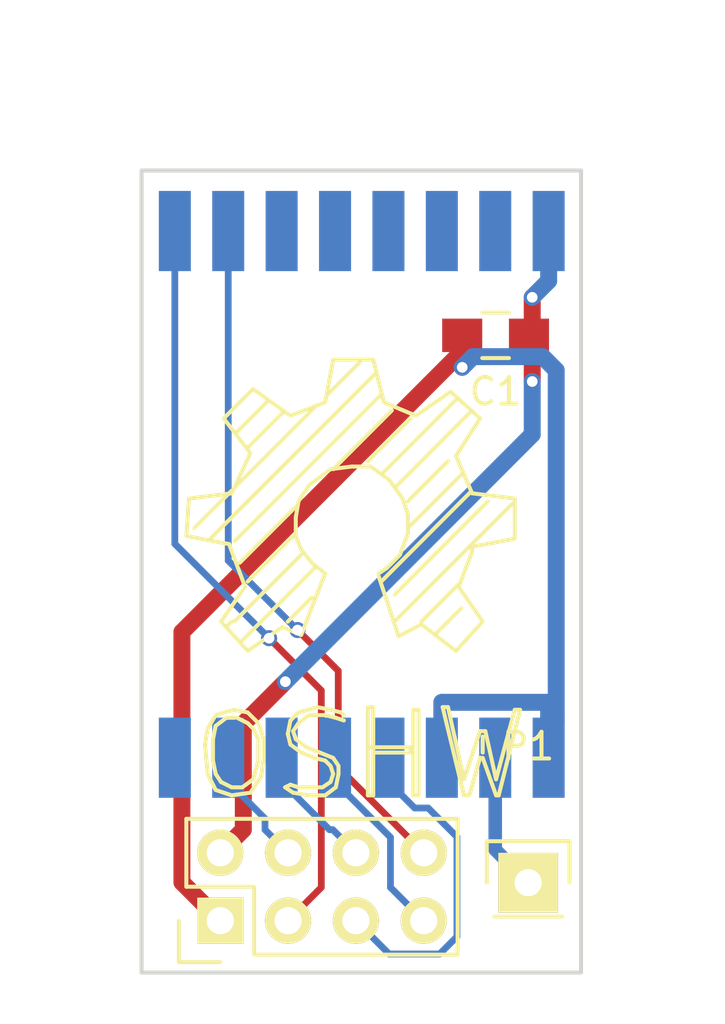
<source format=kicad_pcb>
(kicad_pcb (version 20171130) (host pcbnew "(5.1.12)-1")

  (general
    (thickness 1.6)
    (drawings 4)
    (tracks 63)
    (zones 0)
    (modules 5)
    (nets 16)
  )

  (page A4)
  (layers
    (0 F.Cu signal)
    (31 B.Cu signal)
    (32 B.Adhes user)
    (33 F.Adhes user hide)
    (34 B.Paste user)
    (35 F.Paste user)
    (36 B.SilkS user)
    (37 F.SilkS user)
    (38 B.Mask user)
    (39 F.Mask user)
    (40 Dwgs.User user)
    (41 Cmts.User user)
    (42 Eco1.User user)
    (43 Eco2.User user)
    (44 Edge.Cuts user)
    (45 Margin user)
    (46 B.CrtYd user)
    (47 F.CrtYd user)
    (48 B.Fab user)
    (49 F.Fab user)
  )

  (setup
    (last_trace_width 0.254)
    (trace_clearance 0.254)
    (zone_clearance 0.508)
    (zone_45_only no)
    (trace_min 0.2)
    (via_size 0.6)
    (via_drill 0.4)
    (via_min_size 0.4)
    (via_min_drill 0.3)
    (uvia_size 0.3)
    (uvia_drill 0.1)
    (uvias_allowed no)
    (uvia_min_size 0)
    (uvia_min_drill 0)
    (edge_width 0.15)
    (segment_width 0.2)
    (pcb_text_width 0.3)
    (pcb_text_size 1.5 1.5)
    (mod_edge_width 0.15)
    (mod_text_size 1 1)
    (mod_text_width 0.15)
    (pad_size 1.524 1.524)
    (pad_drill 0.762)
    (pad_to_mask_clearance 0.2)
    (aux_axis_origin 0 0)
    (visible_elements 7FFFFFFF)
    (pcbplotparams
      (layerselection 0x030f0_80000001)
      (usegerberextensions false)
      (usegerberattributes true)
      (usegerberadvancedattributes true)
      (creategerberjobfile true)
      (excludeedgelayer false)
      (linewidth 0.100000)
      (plotframeref false)
      (viasonmask false)
      (mode 1)
      (useauxorigin false)
      (hpglpennumber 1)
      (hpglpenspeed 20)
      (hpglpendiameter 15.000000)
      (psnegative false)
      (psa4output false)
      (plotreference true)
      (plotvalue true)
      (plotinvisibletext false)
      (padsonsilk false)
      (subtractmaskfromsilk true)
      (outputformat 1)
      (mirror false)
      (drillshape 0)
      (scaleselection 1)
      (outputdirectory "Manufacturing/"))
  )

  (net 0 "")
  (net 1 "Net-(U1-Pad1)")
  (net 2 "Net-(U1-Pad3)")
  (net 3 "Net-(U1-Pad4)")
  (net 4 "Net-(U1-Pad5)")
  (net 5 "Net-(U1-Pad6)")
  (net 6 "Net-(U1-Pad7)")
  (net 7 "Net-(U1-Pad16)")
  (net 8 +3V3)
  (net 9 GND)
  (net 10 "Net-(P1-Pad1)")
  (net 11 /SCK)
  (net 12 /MISO)
  (net 13 /MOSI)
  (net 14 /IRQ)
  (net 15 /CSN)

  (net_class Default "This is the default net class."
    (clearance 0.254)
    (trace_width 0.254)
    (via_dia 0.6)
    (via_drill 0.4)
    (uvia_dia 0.3)
    (uvia_drill 0.1)
    (add_net /CSN)
    (add_net /IRQ)
    (add_net /MISO)
    (add_net /MOSI)
    (add_net /SCK)
    (add_net "Net-(P1-Pad1)")
    (add_net "Net-(U1-Pad1)")
    (add_net "Net-(U1-Pad16)")
    (add_net "Net-(U1-Pad3)")
    (add_net "Net-(U1-Pad4)")
    (add_net "Net-(U1-Pad5)")
    (add_net "Net-(U1-Pad6)")
    (add_net "Net-(U1-Pad7)")
  )

  (net_class Power ""
    (clearance 0.254)
    (trace_width 0.635)
    (via_dia 0.6)
    (via_drill 0.4)
    (uvia_dia 0.3)
    (uvia_drill 0.1)
    (add_net +3V3)
    (add_net GND)
  )

  (module Pin_Headers:Pin_Header_Straight_2x04 (layer F.Cu) (tedit 569FEB7C) (tstamp 56891F67)
    (at 19.658 42.96 90)
    (descr "Through hole pin header")
    (tags "pin header")
    (path /56890916)
    (fp_text reference U2 (at 0 -5.1 90) (layer F.SilkS) hide
      (effects (font (size 1 1) (thickness 0.15)))
    )
    (fp_text value NRF24L01 (at 0 -3.1 90) (layer F.Fab)
      (effects (font (size 1 1) (thickness 0.15)))
    )
    (fp_line (start -1.55 -1.55) (end -1.55 0) (layer F.SilkS) (width 0.15))
    (fp_line (start 1.27 1.27) (end -1.27 1.27) (layer F.SilkS) (width 0.15))
    (fp_line (start 1.27 -1.27) (end 1.27 1.27) (layer F.SilkS) (width 0.15))
    (fp_line (start 0 -1.55) (end -1.55 -1.55) (layer F.SilkS) (width 0.15))
    (fp_line (start 3.81 -1.27) (end 1.27 -1.27) (layer F.SilkS) (width 0.15))
    (fp_line (start 3.81 8.89) (end 3.81 -1.27) (layer F.SilkS) (width 0.15))
    (fp_line (start -1.27 8.89) (end 3.81 8.89) (layer F.SilkS) (width 0.15))
    (fp_line (start -1.27 1.27) (end -1.27 8.89) (layer F.SilkS) (width 0.15))
    (fp_line (start -1.75 9.4) (end 4.3 9.4) (layer F.CrtYd) (width 0.05))
    (fp_line (start -1.75 -1.75) (end 4.3 -1.75) (layer F.CrtYd) (width 0.05))
    (fp_line (start 4.3 -1.75) (end 4.3 9.4) (layer F.CrtYd) (width 0.05))
    (fp_line (start -1.75 -1.75) (end -1.75 9.4) (layer F.CrtYd) (width 0.05))
    (pad 1 thru_hole rect (at 0 0 90) (size 1.7272 1.7272) (drill 1.016) (layers *.Cu *.Mask F.SilkS)
      (net 9 GND))
    (pad 2 thru_hole oval (at 2.54 0 90) (size 1.7272 1.7272) (drill 1.016) (layers *.Cu *.Mask F.SilkS)
      (net 8 +3V3))
    (pad 3 thru_hole oval (at 0 2.54 90) (size 1.7272 1.7272) (drill 1.016) (layers *.Cu *.Mask F.SilkS)
      (net 1 "Net-(U1-Pad1)"))
    (pad 4 thru_hole oval (at 2.54 2.54 90) (size 1.7272 1.7272) (drill 1.016) (layers *.Cu *.Mask F.SilkS)
      (net 15 /CSN))
    (pad 5 thru_hole oval (at 0 5.08 90) (size 1.7272 1.7272) (drill 1.016) (layers *.Cu *.Mask F.SilkS)
      (net 11 /SCK))
    (pad 6 thru_hole oval (at 2.54 5.08 90) (size 1.7272 1.7272) (drill 1.016) (layers *.Cu *.Mask F.SilkS)
      (net 13 /MOSI))
    (pad 7 thru_hole oval (at 0 7.62 90) (size 1.7272 1.7272) (drill 1.016) (layers *.Cu *.Mask F.SilkS)
      (net 12 /MISO))
    (pad 8 thru_hole oval (at 2.54 7.62 90) (size 1.7272 1.7272) (drill 1.016) (layers *.Cu *.Mask F.SilkS)
      (net 14 /IRQ))
    (model Pin_Headers.3dshapes/Pin_Header_Straight_2x04.wrl
      (offset (xyz 1.269999980926514 -3.809999942779541 0))
      (scale (xyz 1 1 1))
      (rotate (xyz 0 0 90))
    )
  )

  (module Capacitors_SMD:C_0805_HandSoldering (layer F.Cu) (tedit 541A9B8D) (tstamp 56891F59)
    (at 29.9704 21.0652 180)
    (descr "Capacitor SMD 0805, hand soldering")
    (tags "capacitor 0805")
    (path /56890840)
    (attr smd)
    (fp_text reference C1 (at 0 -2.1 180) (layer F.SilkS)
      (effects (font (size 1 1) (thickness 0.15)))
    )
    (fp_text value CP (at 0 2.1 180) (layer F.Fab)
      (effects (font (size 1 1) (thickness 0.15)))
    )
    (fp_line (start -0.5 0.85) (end 0.5 0.85) (layer F.SilkS) (width 0.15))
    (fp_line (start 0.5 -0.85) (end -0.5 -0.85) (layer F.SilkS) (width 0.15))
    (fp_line (start 2.3 -1) (end 2.3 1) (layer F.CrtYd) (width 0.05))
    (fp_line (start -2.3 -1) (end -2.3 1) (layer F.CrtYd) (width 0.05))
    (fp_line (start -2.3 1) (end 2.3 1) (layer F.CrtYd) (width 0.05))
    (fp_line (start -2.3 -1) (end 2.3 -1) (layer F.CrtYd) (width 0.05))
    (pad 1 smd rect (at -1.25 0 180) (size 1.5 1.25) (layers F.Cu F.Paste F.Mask)
      (net 8 +3V3))
    (pad 2 smd rect (at 1.25 0 180) (size 1.5 1.25) (layers F.Cu F.Paste F.Mask)
      (net 9 GND))
    (model Capacitors_SMD.3dshapes/C_0805_HandSoldering.wrl
      (at (xyz 0 0 0))
      (scale (xyz 1 1 1))
      (rotate (xyz 0 0 0))
    )
  )

  (module mysensors_radios:RFM69HW_SMD_Handsoldering (layer B.Cu) (tedit 569FEB72) (tstamp 568908C4)
    (at 17.9572 18.564 270)
    (descr RFM69HW)
    (tags "RFM69HW, RF69")
    (path /56890788)
    (fp_text reference U1 (at 0.254 1.778 270) (layer B.SilkS) hide
      (effects (font (size 0.8 0.8) (thickness 0.16)) (justify mirror))
    )
    (fp_text value RFM69HW (at 8.382 -7.112 270) (layer B.Fab) hide
      (effects (font (size 0.8 0.8) (thickness 0.16)) (justify mirror))
    )
    (fp_line (start -3.4 1) (end 20.3 1) (layer F.CrtYd) (width 0.15))
    (fp_line (start -3.4 -15) (end 20.3 -15) (layer F.CrtYd) (width 0.15))
    (fp_line (start -3.4 1) (end -3.4 -15) (layer F.CrtYd) (width 0.15))
    (fp_line (start 20.3 1) (end 20.3 -15) (layer F.CrtYd) (width 0.15))
    (fp_line (start -3.4 1) (end 20.3 1) (layer B.CrtYd) (width 0.15))
    (fp_line (start -3.4 1) (end -3.4 -15) (layer B.CrtYd) (width 0.15))
    (fp_line (start 20.3 1) (end 20.3 -15) (layer B.CrtYd) (width 0.15))
    (fp_line (start -3.4 -15) (end 20.3 -15) (layer B.CrtYd) (width 0.15))
    (pad 1 smd rect (at -1.4 0 270) (size 3 1.2) (layers B.Cu B.Paste B.Mask)
      (net 1 "Net-(U1-Pad1)"))
    (pad 2 smd rect (at -1.4 -2 270) (size 3 1.2) (layers B.Cu B.Paste B.Mask)
      (net 14 /IRQ))
    (pad 3 smd rect (at -1.4 -4 270) (size 3 1.2) (layers B.Cu B.Paste B.Mask)
      (net 2 "Net-(U1-Pad3)"))
    (pad 4 smd rect (at -1.4 -6 270) (size 3 1.2) (layers B.Cu B.Paste B.Mask)
      (net 3 "Net-(U1-Pad4)"))
    (pad 5 smd rect (at -1.4 -8 270) (size 3 1.2) (layers B.Cu B.Paste B.Mask)
      (net 4 "Net-(U1-Pad5)"))
    (pad 6 smd rect (at -1.4 -10 270) (size 3 1.2) (layers B.Cu B.Paste B.Mask)
      (net 5 "Net-(U1-Pad6)"))
    (pad 7 smd rect (at -1.4 -12 270) (size 3 1.2) (layers B.Cu B.Paste B.Mask)
      (net 6 "Net-(U1-Pad7)"))
    (pad 8 smd rect (at -1.4 -14 270) (size 3 1.2) (layers B.Cu B.Paste B.Mask)
      (net 8 +3V3))
    (pad 9 smd rect (at 18.3 -14 270) (size 3 1.2) (layers B.Cu B.Paste B.Mask)
      (net 9 GND))
    (pad 10 smd rect (at 18.3 -12 270) (size 3 1.2) (layers B.Cu B.Paste B.Mask)
      (net 10 "Net-(P1-Pad1)"))
    (pad 11 smd rect (at 18.3 -10 270) (size 3 1.2) (layers B.Cu B.Paste B.Mask)
      (net 9 GND))
    (pad 12 smd rect (at 18.3 -8 270) (size 3 1.2) (layers B.Cu B.Paste B.Mask)
      (net 11 /SCK))
    (pad 13 smd rect (at 18.3 -6 270) (size 3 1.2) (layers B.Cu B.Paste B.Mask)
      (net 12 /MISO))
    (pad 14 smd rect (at 18.3 -4 270) (size 3 1.2) (layers B.Cu B.Paste B.Mask)
      (net 13 /MOSI))
    (pad 15 smd rect (at 18.3 -2 270) (size 3 1.2) (layers B.Cu B.Paste B.Mask)
      (net 15 /CSN))
    (pad 16 smd rect (at 18.3 0 270) (size 3 1.2) (layers B.Cu B.Paste B.Mask)
      (net 7 "Net-(U1-Pad16)"))
    (model mysensors.3dshapes/rfm69hw.wrl
      (offset (xyz 8.432799873352051 -6.984999895095826 0.7619999885559082))
      (scale (xyz 0.395 0.395 0.395))
      (rotate (xyz 0 0 180))
    )
    (model Crystals_Oscillators_SMD.3dshapes/crystal_FA238-TSX3225.wrl
      (offset (xyz 8.432799873352051 -2.031999969482422 1.523999977111816))
      (scale (xyz 0.24 0.24 0.24))
      (rotate (xyz 0 0 90))
    )
    (model Housings_DFN_QFN.3dshapes/QFN-28-1EP_5x5mm_Pitch0.5mm.wrl
      (offset (xyz 5.181599922180175 -11.30299983024597 1.523999977111816))
      (scale (xyz 1 1 1))
      (rotate (xyz 0 0 0))
    )
  )

  (module Symbols:Symbol_OSHW-Logo_SilkScreen_BIG (layer F.Cu) (tedit 569FEB60) (tstamp 56A00174)
    (at 24.6872 8.7716)
    (descr "Symbol, OSHW-Logo, Silk Screen, BIG")
    (tags "Symbol, OSHW-Logo, Silk Screen, BIG")
    (fp_text reference REF** (at -0.29972 11.50112) (layer F.SilkS) hide
      (effects (font (size 1 1) (thickness 0.15)))
    )
    (fp_text value Symbol_OSHW-Logo_SilkScreen_BIG (at 0.29972 32.10052) (layer F.Fab)
      (effects (font (size 1 1) (thickness 0.15)))
    )
    (fp_line (start -1.99898 23.50008) (end -1.09982 21.20138) (layer F.SilkS) (width 0.15))
    (fp_line (start -2.70002 23.20036) (end -1.99898 23.50008) (layer F.SilkS) (width 0.15))
    (fp_line (start -3.99796 24.09952) (end -2.70002 23.20036) (layer F.SilkS) (width 0.15))
    (fp_line (start -4.99872 22.9997) (end -3.99796 24.09952) (layer F.SilkS) (width 0.15))
    (fp_line (start -4.09956 21.69922) (end -4.99872 22.9997) (layer F.SilkS) (width 0.15))
    (fp_line (start -4.699 20.10156) (end -4.09956 21.69922) (layer F.SilkS) (width 0.15))
    (fp_line (start -6.2992 19.7993) (end -4.699 20.10156) (layer F.SilkS) (width 0.15))
    (fp_line (start -6.20014 18.39976) (end -6.2992 19.7993) (layer F.SilkS) (width 0.15))
    (fp_line (start -4.59994 18.20164) (end -6.20014 18.39976) (layer F.SilkS) (width 0.15))
    (fp_line (start -3.8989 16.7005) (end -4.59994 18.20164) (layer F.SilkS) (width 0.15))
    (fp_line (start -4.89966 15.40002) (end -3.8989 16.7005) (layer F.SilkS) (width 0.15))
    (fp_line (start -3.79984 14.3002) (end -4.89966 15.40002) (layer F.SilkS) (width 0.15))
    (fp_line (start -2.4003 15.30096) (end -3.79984 14.3002) (layer F.SilkS) (width 0.15))
    (fp_line (start -1.09982 14.80058) (end -2.4003 15.30096) (layer F.SilkS) (width 0.15))
    (fp_line (start -0.8001 13.20038) (end -1.09982 14.80058) (layer F.SilkS) (width 0.15))
    (fp_line (start 0.70104 13.20038) (end -0.8001 13.20038) (layer F.SilkS) (width 0.15))
    (fp_line (start 1.09982 14.80058) (end 0.70104 13.20038) (layer F.SilkS) (width 0.15))
    (fp_line (start 2.30124 15.30096) (end 1.09982 14.80058) (layer F.SilkS) (width 0.15))
    (fp_line (start 3.60172 14.39926) (end 2.30124 15.30096) (layer F.SilkS) (width 0.15))
    (fp_line (start 4.70154 15.40002) (end 3.60172 14.39926) (layer F.SilkS) (width 0.15))
    (fp_line (start 3.79984 16.79956) (end 4.70154 15.40002) (layer F.SilkS) (width 0.15))
    (fp_line (start 4.40182 18.20164) (end 3.79984 16.79956) (layer F.SilkS) (width 0.15))
    (fp_line (start 6.00202 18.39976) (end 4.40182 18.20164) (layer F.SilkS) (width 0.15))
    (fp_line (start 6.00202 19.9009) (end 6.00202 18.39976) (layer F.SilkS) (width 0.15))
    (fp_line (start 4.40182 20.20062) (end 6.00202 19.9009) (layer F.SilkS) (width 0.15))
    (fp_line (start 4.40182 20.40128) (end 4.40182 20.20062) (layer F.SilkS) (width 0.15))
    (fp_line (start 3.90144 21.69922) (end 4.40182 20.40128) (layer F.SilkS) (width 0.15))
    (fp_line (start 4.8006 22.9997) (end 3.90144 21.69922) (layer F.SilkS) (width 0.15))
    (fp_line (start 3.79984 24.09952) (end 4.8006 22.9997) (layer F.SilkS) (width 0.15))
    (fp_line (start 2.5019 23.1013) (end 3.79984 24.09952) (layer F.SilkS) (width 0.15))
    (fp_line (start 1.651 23.55088) (end 2.5019 23.1013) (layer F.SilkS) (width 0.15))
    (fp_line (start 0.9017 21.30044) (end 1.651 23.55088) (layer F.SilkS) (width 0.15))
    (fp_line (start 1.20142 21.00072) (end 0.9017 21.20138) (layer F.SilkS) (width 0.15))
    (fp_line (start 1.7018 20.50034) (end 1.20142 21.00072) (layer F.SilkS) (width 0.15))
    (fp_line (start 2.00152 19.70024) (end 1.7018 20.50034) (layer F.SilkS) (width 0.15))
    (fp_line (start 2.00152 18.9992) (end 2.00152 19.70024) (layer F.SilkS) (width 0.15))
    (fp_line (start 1.80086 18.39976) (end 2.00152 18.9992) (layer F.SilkS) (width 0.15))
    (fp_line (start 1.30048 17.70126) (end 1.80086 18.39976) (layer F.SilkS) (width 0.15))
    (fp_line (start 0.60198 17.20088) (end 1.30048 17.70126) (layer F.SilkS) (width 0.15))
    (fp_line (start -0.09906 17.20088) (end 0.60198 17.20088) (layer F.SilkS) (width 0.15))
    (fp_line (start -0.89916 17.29994) (end -0.09906 17.20088) (layer F.SilkS) (width 0.15))
    (fp_line (start -1.69926 17.89938) (end -0.89916 17.29994) (layer F.SilkS) (width 0.15))
    (fp_line (start -2.09804 18.50136) (end -1.69926 17.89938) (layer F.SilkS) (width 0.15))
    (fp_line (start -2.19964 19.1008) (end -2.09804 18.50136) (layer F.SilkS) (width 0.15))
    (fp_line (start -2.19964 19.7993) (end -2.19964 19.1008) (layer F.SilkS) (width 0.15))
    (fp_line (start -1.99898 20.29968) (end -2.19964 19.7993) (layer F.SilkS) (width 0.15))
    (fp_line (start -1.6002 20.80006) (end -1.99898 20.29968) (layer F.SilkS) (width 0.15))
    (fp_line (start -1.09982 21.20138) (end -1.6002 20.80006) (layer F.SilkS) (width 0.15))
    (fp_line (start -4.0005 26.40076) (end -4.50088 26.29916) (layer F.SilkS) (width 0.15))
    (fp_line (start -3.59918 26.79954) (end -4.0005 26.40076) (layer F.SilkS) (width 0.15))
    (fp_line (start -3.40106 27.39898) (end -3.59918 26.79954) (layer F.SilkS) (width 0.15))
    (fp_line (start -3.40106 28.10002) (end -3.40106 27.39898) (layer F.SilkS) (width 0.15))
    (fp_line (start -3.50012 28.80106) (end -3.40106 28.10002) (layer F.SilkS) (width 0.15))
    (fp_line (start -3.8989 29.4005) (end -3.50012 28.80106) (layer F.SilkS) (width 0.15))
    (fp_line (start -4.59994 29.49956) (end -3.8989 29.4005) (layer F.SilkS) (width 0.15))
    (fp_line (start -5.19938 29.2989) (end -4.59994 29.49956) (layer F.SilkS) (width 0.15))
    (fp_line (start -5.4991 28.69946) (end -5.19938 29.2989) (layer F.SilkS) (width 0.15))
    (fp_line (start -5.6007 27.59964) (end -5.4991 28.69946) (layer F.SilkS) (width 0.15))
    (fp_line (start -5.4991 27.0002) (end -5.6007 27.59964) (layer F.SilkS) (width 0.15))
    (fp_line (start -5.19938 26.49982) (end -5.4991 27.0002) (layer F.SilkS) (width 0.15))
    (fp_line (start -4.89966 26.40076) (end -5.19938 26.49982) (layer F.SilkS) (width 0.15))
    (fp_line (start -4.50088 26.29916) (end -4.89966 26.40076) (layer F.SilkS) (width 0.15))
    (fp_line (start -4.0005 26.79954) (end -4.39928 26.59888) (layer F.SilkS) (width 0.15))
    (fp_line (start -3.79984 27.0002) (end -4.0005 26.79954) (layer F.SilkS) (width 0.15))
    (fp_line (start -3.59918 27.39898) (end -3.79984 27.0002) (layer F.SilkS) (width 0.15))
    (fp_line (start -3.59918 28.19908) (end -3.59918 27.39898) (layer F.SilkS) (width 0.15))
    (fp_line (start -3.79984 28.90012) (end -3.59918 28.19908) (layer F.SilkS) (width 0.15))
    (fp_line (start -4.20116 29.19984) (end -3.79984 28.90012) (layer F.SilkS) (width 0.15))
    (fp_line (start -4.59994 29.19984) (end -4.20116 29.19984) (layer F.SilkS) (width 0.15))
    (fp_line (start -5.00126 28.99918) (end -4.59994 29.19984) (layer F.SilkS) (width 0.15))
    (fp_line (start -5.19938 28.69946) (end -5.00126 28.99918) (layer F.SilkS) (width 0.15))
    (fp_line (start -5.30098 28.19908) (end -5.19938 28.69946) (layer F.SilkS) (width 0.15))
    (fp_line (start -5.30098 27.39898) (end -5.30098 28.19908) (layer F.SilkS) (width 0.15))
    (fp_line (start -5.19938 26.90114) (end -5.30098 27.39898) (layer F.SilkS) (width 0.15))
    (fp_line (start -4.8006 26.59888) (end -5.19938 26.90114) (layer F.SilkS) (width 0.15))
    (fp_line (start -4.50088 26.59888) (end -4.8006 26.59888) (layer F.SilkS) (width 0.15))
    (fp_line (start -0.70104 26.59888) (end -0.39878 26.70048) (layer F.SilkS) (width 0.15))
    (fp_line (start -1.09982 26.49982) (end -0.70104 26.59888) (layer F.SilkS) (width 0.15))
    (fp_line (start -1.69926 26.49982) (end -1.09982 26.49982) (layer F.SilkS) (width 0.15))
    (fp_line (start -2.10058 26.79954) (end -1.69926 26.49982) (layer F.SilkS) (width 0.15))
    (fp_line (start -2.30124 27.09926) (end -2.10058 26.79954) (layer F.SilkS) (width 0.15))
    (fp_line (start -2.19964 27.39898) (end -2.30124 27.09926) (layer F.SilkS) (width 0.15))
    (fp_line (start -1.80086 27.70124) (end -2.19964 27.39898) (layer F.SilkS) (width 0.15))
    (fp_line (start -1.30048 27.89936) (end -1.80086 27.70124) (layer F.SilkS) (width 0.15))
    (fp_line (start -0.8001 28.10002) (end -1.30048 27.89936) (layer F.SilkS) (width 0.15))
    (fp_line (start -0.59944 28.39974) (end -0.8001 28.10002) (layer F.SilkS) (width 0.15))
    (fp_line (start -0.59944 28.69946) (end -0.59944 28.39974) (layer F.SilkS) (width 0.15))
    (fp_line (start -0.70104 29.19984) (end -0.59944 28.69946) (layer F.SilkS) (width 0.15))
    (fp_line (start -1.09982 29.49956) (end -0.70104 29.19984) (layer F.SilkS) (width 0.15))
    (fp_line (start -1.69926 29.49956) (end -1.09982 29.49956) (layer F.SilkS) (width 0.15))
    (fp_line (start -2.30124 29.4005) (end -1.69926 29.49956) (layer F.SilkS) (width 0.15))
    (fp_line (start -2.60096 29.19984) (end -2.30124 29.4005) (layer F.SilkS) (width 0.15))
    (fp_line (start -2.4003 29.10078) (end -2.60096 29.19984) (layer F.SilkS) (width 0.15))
    (fp_line (start -2.10058 29.19984) (end -2.4003 29.10078) (layer F.SilkS) (width 0.15))
    (fp_line (start -1.6002 29.19984) (end -2.10058 29.19984) (layer F.SilkS) (width 0.15))
    (fp_line (start -1.19888 29.19984) (end -1.6002 29.19984) (layer F.SilkS) (width 0.15))
    (fp_line (start -0.89916 28.99918) (end -1.19888 29.19984) (layer F.SilkS) (width 0.15))
    (fp_line (start -0.8001 28.69946) (end -0.89916 28.99918) (layer F.SilkS) (width 0.15))
    (fp_line (start -0.89916 28.39974) (end -0.8001 28.69946) (layer F.SilkS) (width 0.15))
    (fp_line (start -1.09982 28.19908) (end -0.89916 28.39974) (layer F.SilkS) (width 0.15))
    (fp_line (start -1.50114 28.10002) (end -1.09982 28.19908) (layer F.SilkS) (width 0.15))
    (fp_line (start -1.99898 27.89936) (end -1.50114 28.10002) (layer F.SilkS) (width 0.15))
    (fp_line (start -2.4003 27.59964) (end -1.99898 27.89936) (layer F.SilkS) (width 0.15))
    (fp_line (start -2.49936 27.20086) (end -2.4003 27.59964) (layer F.SilkS) (width 0.15))
    (fp_line (start -2.4003 26.70048) (end -2.49936 27.20086) (layer F.SilkS) (width 0.15))
    (fp_line (start -2.10058 26.40076) (end -2.4003 26.70048) (layer F.SilkS) (width 0.15))
    (fp_line (start -1.39954 26.2001) (end -2.10058 26.40076) (layer F.SilkS) (width 0.15))
    (fp_line (start -0.89916 26.29916) (end -1.39954 26.2001) (layer F.SilkS) (width 0.15))
    (fp_line (start -0.50038 26.40076) (end -0.89916 26.29916) (layer F.SilkS) (width 0.15))
    (fp_line (start -0.39878 26.49982) (end -0.50038 26.40076) (layer F.SilkS) (width 0.15))
    (fp_line (start 0.70104 29.49956) (end 0.70104 26.2001) (layer F.SilkS) (width 0.15))
    (fp_line (start 0.50038 29.49956) (end 0.70104 29.49956) (layer F.SilkS) (width 0.15))
    (fp_line (start 0.50038 26.2001) (end 0.50038 29.49956) (layer F.SilkS) (width 0.15))
    (fp_line (start 0.70104 26.2001) (end 0.59944 26.2001) (layer F.SilkS) (width 0.15))
    (fp_line (start 2.4003 26.29916) (end 2.19964 26.29916) (layer F.SilkS) (width 0.15))
    (fp_line (start 2.4003 29.49956) (end 2.4003 26.29916) (layer F.SilkS) (width 0.15))
    (fp_line (start 2.19964 29.49956) (end 2.4003 29.49956) (layer F.SilkS) (width 0.15))
    (fp_line (start 2.19964 26.29916) (end 2.19964 29.49956) (layer F.SilkS) (width 0.15))
    (fp_line (start 2.10058 27.89936) (end 0.70104 27.89936) (layer F.SilkS) (width 0.15))
    (fp_line (start 2.10058 27.70124) (end 2.10058 27.89936) (layer F.SilkS) (width 0.15))
    (fp_line (start 0.59944 27.70124) (end 2.10058 27.70124) (layer F.SilkS) (width 0.15))
    (fp_line (start 3.50012 26.2001) (end 3.29946 26.2001) (layer F.SilkS) (width 0.15))
    (fp_line (start 4.09956 28.90012) (end 3.50012 26.2001) (layer F.SilkS) (width 0.15))
    (fp_line (start 4.699 27.09926) (end 4.09956 28.90012) (layer F.SilkS) (width 0.15))
    (fp_line (start 4.89966 27.09926) (end 4.699 27.09926) (layer F.SilkS) (width 0.15))
    (fp_line (start 5.30098 28.90012) (end 4.89966 27.09926) (layer F.SilkS) (width 0.15))
    (fp_line (start 5.99948 26.29916) (end 5.30098 28.90012) (layer F.SilkS) (width 0.15))
    (fp_line (start 6.20014 26.29916) (end 5.99948 26.29916) (layer F.SilkS) (width 0.15))
    (fp_line (start 5.40004 29.49956) (end 6.20014 26.29916) (layer F.SilkS) (width 0.15))
    (fp_line (start 5.30098 29.49956) (end 5.40004 29.49956) (layer F.SilkS) (width 0.15))
    (fp_line (start 4.8006 28.10002) (end 5.30098 29.49956) (layer F.SilkS) (width 0.15))
    (fp_line (start 4.699 28.10002) (end 4.8006 28.10002) (layer F.SilkS) (width 0.15))
    (fp_line (start 4.30022 29.49956) (end 4.699 28.10002) (layer F.SilkS) (width 0.15))
    (fp_line (start 4.09956 29.49956) (end 4.30022 29.49956) (layer F.SilkS) (width 0.15))
    (fp_line (start 3.29946 26.2001) (end 4.09956 29.49956) (layer F.SilkS) (width 0.15))
    (fp_line (start 4.8006 27.29992) (end 4.8006 27.89936) (layer F.SilkS) (width 0.15))
    (fp_line (start 1.99898 15.49908) (end 0.50038 17.00022) (layer F.SilkS) (width 0.15))
    (fp_line (start 3.50012 15.00124) (end 1.00076 17.5006) (layer F.SilkS) (width 0.15))
    (fp_line (start 4.0005 15.49908) (end 1.50114 18.00098) (layer F.SilkS) (width 0.15))
    (fp_line (start 1.00076 15.49908) (end -0.50038 17.00022) (layer F.SilkS) (width 0.15))
    (fp_line (start 3.50012 17.00022) (end 1.99898 18.49882) (layer F.SilkS) (width 0.15))
    (fp_line (start 3.50012 18.00098) (end 1.99898 19.49958) (layer F.SilkS) (width 0.15))
    (fp_line (start 0.50038 15.00124) (end -4.50088 19.99996) (layer F.SilkS) (width 0.15))
    (fp_line (start -1.99898 15.49908) (end -4.50088 18.00098) (layer F.SilkS) (width 0.15))
    (fp_line (start -5.00126 18.49882) (end -5.99948 19.49958) (layer F.SilkS) (width 0.15))
    (fp_line (start -2.99974 15.49908) (end -4.0005 16.49984) (layer F.SilkS) (width 0.15))
    (fp_line (start -3.50012 15.00124) (end -4.0005 15.49908) (layer F.SilkS) (width 0.15))
    (fp_line (start 0 13.5001) (end -1.00076 14.50086) (layer F.SilkS) (width 0.15))
    (fp_line (start -2.49936 18.9992) (end -4.0005 20.50034) (layer F.SilkS) (width 0.15))
    (fp_line (start -2.49936 19.99996) (end -4.0005 21.5011) (layer F.SilkS) (width 0.15))
    (fp_line (start -2.49936 21.00072) (end -4.50088 22.9997) (layer F.SilkS) (width 0.15))
    (fp_line (start -1.99898 21.5011) (end -4.0005 23.50008) (layer F.SilkS) (width 0.15))
    (fp_line (start -1.99898 22.49932) (end -2.49936 22.9997) (layer F.SilkS) (width 0.15))
    (fp_line (start 4.0005 18.49882) (end 1.00076 21.5011) (layer F.SilkS) (width 0.15))
    (fp_line (start 5.00126 18.49882) (end 1.50114 21.99894) (layer F.SilkS) (width 0.15))
    (fp_line (start 5.4991 18.9992) (end 1.50114 22.9997) (layer F.SilkS) (width 0.15))
    (fp_line (start 3.50012 21.99894) (end 2.49936 22.9997) (layer F.SilkS) (width 0.15))
    (fp_line (start 4.0005 22.49932) (end 2.99974 23.50008) (layer F.SilkS) (width 0.15))
    (fp_line (start 5.4991 18.9992) (end 5.90042 18.60042) (layer F.SilkS) (width 0.15))
    (fp_line (start 3.50012 21.99894) (end 3.8989 21.60016) (layer F.SilkS) (width 0.15))
    (fp_line (start 4.0005 18.49882) (end 4.30022 18.1991) (layer F.SilkS) (width 0.15))
    (fp_line (start 3.50012 18.00098) (end 4.0005 17.5006) (layer F.SilkS) (width 0.15))
    (fp_line (start -1.99898 22.49932) (end -1.6002 22.10054) (layer F.SilkS) (width 0.15))
    (fp_line (start -1.99898 21.5011) (end -1.50114 21.00072) (layer F.SilkS) (width 0.15))
    (fp_line (start -4.0005 23.50008) (end -4.20116 23.70074) (layer F.SilkS) (width 0.15))
    (fp_line (start -2.49936 21.00072) (end -1.99898 20.50034) (layer F.SilkS) (width 0.15))
    (fp_line (start -4.59994 22.9997) (end -4.8006 23.20036) (layer F.SilkS) (width 0.15))
    (fp_line (start -2.49936 18.9992) (end -2.19964 18.69948) (layer F.SilkS) (width 0.15))
    (fp_line (start -4.0005 20.50034) (end -4.30022 20.80006) (layer F.SilkS) (width 0.15))
    (fp_line (start 4.0005 15.49908) (end 4.30022 15.19936) (layer F.SilkS) (width 0.15))
    (fp_line (start 3.50012 15.00124) (end 3.79984 14.69898) (layer F.SilkS) (width 0.15))
    (fp_line (start 1.00076 15.49908) (end 1.39954 15.1003) (layer F.SilkS) (width 0.15))
    (fp_line (start 1.99898 15.49908) (end 2.10058 15.40002) (layer F.SilkS) (width 0.15))
    (fp_line (start 0.50038 15.00124) (end 1.00076 14.50086) (layer F.SilkS) (width 0.15))
    (fp_line (start 0.50038 14.00048) (end 0.8001 13.70076) (layer F.SilkS) (width 0.15))
    (fp_line (start 0 13.5001) (end 0.20066 13.29944) (layer F.SilkS) (width 0.15))
    (fp_line (start -1.99898 15.49908) (end -1.50114 15.00124) (layer F.SilkS) (width 0.15))
    (fp_line (start -2.99974 15.49908) (end -2.70002 15.19936) (layer F.SilkS) (width 0.15))
    (fp_line (start -4.0005 15.49908) (end -4.39928 15.9004) (layer F.SilkS) (width 0.15))
    (fp_line (start -3.50012 15.00124) (end -3.29946 14.80058) (layer F.SilkS) (width 0.15))
    (fp_line (start -2.49936 19.99996) (end -2.30124 19.7993) (layer F.SilkS) (width 0.15))
    (fp_line (start -0.50038 17.00022) (end -0.8001 17.29994) (layer F.SilkS) (width 0.15))
    (fp_line (start -5.10032 18.60042) (end -4.59994 18.10004) (layer F.SilkS) (width 0.15))
    (fp_line (start 0.50038 14.00048) (end -5.40004 19.9009) (layer F.SilkS) (width 0.15))
  )

  (module Pin_Headers:Pin_Header_Straight_1x01 (layer F.Cu) (tedit 54EA08DC) (tstamp 569BF8D5)
    (at 31.1896 41.5376)
    (descr "Through hole pin header")
    (tags "pin header")
    (path /568921A4)
    (fp_text reference P1 (at 0 -5.1) (layer F.SilkS)
      (effects (font (size 1 1) (thickness 0.15)))
    )
    (fp_text value CONN_01X01 (at 0 -3.1) (layer F.Fab)
      (effects (font (size 1 1) (thickness 0.15)))
    )
    (fp_line (start -1.27 1.27) (end 1.27 1.27) (layer F.SilkS) (width 0.15))
    (fp_line (start -1.55 -1.55) (end 1.55 -1.55) (layer F.SilkS) (width 0.15))
    (fp_line (start -1.55 0) (end -1.55 -1.55) (layer F.SilkS) (width 0.15))
    (fp_line (start -1.75 1.75) (end 1.75 1.75) (layer F.CrtYd) (width 0.05))
    (fp_line (start -1.75 -1.75) (end 1.75 -1.75) (layer F.CrtYd) (width 0.05))
    (fp_line (start 1.75 -1.75) (end 1.75 1.75) (layer F.CrtYd) (width 0.05))
    (fp_line (start -1.75 -1.75) (end -1.75 1.75) (layer F.CrtYd) (width 0.05))
    (fp_line (start 1.55 -1.55) (end 1.55 0) (layer F.SilkS) (width 0.15))
    (pad 1 thru_hole rect (at 0 0) (size 2.2352 2.2352) (drill 1.016) (layers *.Cu *.Mask F.SilkS)
      (net 10 "Net-(P1-Pad1)"))
    (model Pin_Headers.3dshapes/Pin_Header_Straight_1x01.wrl
      (at (xyz 0 0 0))
      (scale (xyz 1 1 1))
      (rotate (xyz 0 0 90))
    )
  )

  (gr_line (start 16.7116 14.9) (end 16.7116 44.9) (layer Edge.Cuts) (width 0.15))
  (gr_line (start 33.1708 14.9) (end 16.7116 14.9) (layer Edge.Cuts) (width 0.15))
  (gr_line (start 33.1708 44.9) (end 33.1708 14.9) (layer Edge.Cuts) (width 0.15))
  (gr_line (start 16.7116 44.9) (end 33.1708 44.9) (layer Edge.Cuts) (width 0.15))

  (segment (start 22.198 42.96) (end 23.4426 41.7154) (width 0.254) (layer F.Cu) (net 1))
  (segment (start 23.4426 41.7154) (end 23.4426 34.3494) (width 0.254) (layer F.Cu) (net 1))
  (segment (start 23.4426 34.3494) (end 21.4868 32.3936) (width 0.254) (layer F.Cu) (net 1))
  (segment (start 21.4868 32.3936) (end 17.9572 28.864) (width 0.254) (layer B.Cu) (net 1))
  (segment (start 17.9572 28.864) (end 17.9572 17.164) (width 0.254) (layer B.Cu) (net 1))
  (via (at 21.4868 32.3936) (size 0.6) (layers F.Cu B.Cu) (net 1))
  (segment (start 31.9572 17.164) (end 31.9572 19.0276) (width 0.635) (layer B.Cu) (net 8))
  (segment (start 31.9572 19.0276) (end 31.342 19.6428) (width 0.635) (layer B.Cu) (net 8))
  (segment (start 31.342 19.6428) (end 31.342 20.9436) (width 0.635) (layer F.Cu) (net 8))
  (segment (start 31.342 20.9436) (end 31.2204 21.0652) (width 0.635) (layer F.Cu) (net 8))
  (segment (start 19.658 40.42) (end 20.5216 39.5564) (width 0.635) (layer F.Cu) (net 8))
  (segment (start 20.5216 39.5564) (end 20.5216 35.594) (width 0.635) (layer F.Cu) (net 8))
  (segment (start 20.5216 35.594) (end 22.0964 34.0192) (width 0.635) (layer F.Cu) (net 8))
  (segment (start 22.0964 34.0192) (end 31.342 24.7736) (width 0.635) (layer B.Cu) (net 8))
  (segment (start 31.342 24.7736) (end 31.342 22.7924) (width 0.635) (layer B.Cu) (net 8))
  (segment (start 31.342 22.7924) (end 31.342 21.1868) (width 0.635) (layer F.Cu) (net 8))
  (segment (start 31.342 21.1868) (end 31.2204 21.0652) (width 0.635) (layer F.Cu) (net 8))
  (via (at 31.342 19.6428) (size 0.6) (layers F.Cu B.Cu) (net 8))
  (via (at 22.0964 34.0192) (size 0.6) (layers F.Cu B.Cu) (net 8))
  (via (at 31.342 22.7924) (size 0.6) (layers F.Cu B.Cu) (net 8))
  (segment (start 28.7204 21.6635) (end 18.2227 32.1612) (width 0.635) (layer F.Cu) (net 9))
  (segment (start 18.2227 32.1612) (end 18.2227 41.5247) (width 0.635) (layer F.Cu) (net 9))
  (segment (start 18.2227 41.5247) (end 19.658 42.96) (width 0.635) (layer F.Cu) (net 9))
  (segment (start 28.7204 21.6635) (end 28.7204 22.2618) (width 0.635) (layer F.Cu) (net 9))
  (segment (start 28.7204 21.0652) (end 28.7204 21.6635) (width 0.635) (layer F.Cu) (net 9))
  (segment (start 31.9572 35.8282) (end 32.2403 35.5451) (width 0.635) (layer B.Cu) (net 9))
  (segment (start 32.2403 35.5451) (end 32.2403 22.37) (width 0.635) (layer B.Cu) (net 9))
  (segment (start 32.2403 22.37) (end 31.7322 21.8619) (width 0.635) (layer B.Cu) (net 9))
  (segment (start 31.7322 21.8619) (end 29.1203 21.8619) (width 0.635) (layer B.Cu) (net 9))
  (segment (start 29.1203 21.8619) (end 28.7204 22.2618) (width 0.635) (layer B.Cu) (net 9))
  (segment (start 31.9572 35.8282) (end 31.9572 34.7924) (width 0.635) (layer B.Cu) (net 9))
  (segment (start 31.9572 36.864) (end 31.9572 35.8282) (width 0.635) (layer B.Cu) (net 9))
  (segment (start 27.9572 36.864) (end 27.9572 34.7924) (width 0.635) (layer B.Cu) (net 9))
  (segment (start 27.9572 34.7924) (end 31.9572 34.7924) (width 0.635) (layer B.Cu) (net 9))
  (via (at 28.7204 22.2618) (size 0.6) (layers F.Cu B.Cu) (net 9))
  (segment (start 29.9572 36.864) (end 29.9572 40.3052) (width 0.508) (layer B.Cu) (net 10))
  (segment (start 29.9572 40.3052) (end 31.1896 41.5376) (width 0.508) (layer B.Cu) (net 10))
  (segment (start 24.738 42.96) (end 25.9826 44.2046) (width 0.254) (layer B.Cu) (net 11))
  (segment (start 25.9826 44.2046) (end 27.8754 44.2046) (width 0.254) (layer B.Cu) (net 11))
  (segment (start 27.8754 44.2046) (end 28.5226 43.5574) (width 0.254) (layer B.Cu) (net 11))
  (segment (start 28.5226 43.5574) (end 28.5226 39.8226) (width 0.254) (layer B.Cu) (net 11))
  (segment (start 28.5226 39.8226) (end 27.445 38.745) (width 0.254) (layer B.Cu) (net 11))
  (segment (start 27.445 38.745) (end 26.9382 38.745) (width 0.254) (layer B.Cu) (net 11))
  (segment (start 26.9382 38.745) (end 25.9572 37.764) (width 0.254) (layer B.Cu) (net 11))
  (segment (start 25.9572 37.764) (end 25.9572 36.864) (width 0.254) (layer B.Cu) (net 11))
  (segment (start 23.9572 36.864) (end 23.9572 37.764) (width 0.254) (layer B.Cu) (net 12))
  (segment (start 23.9572 37.764) (end 26.0334 39.8402) (width 0.254) (layer B.Cu) (net 12))
  (segment (start 26.0334 39.8402) (end 26.0334 41.7154) (width 0.254) (layer B.Cu) (net 12))
  (segment (start 26.0334 41.7154) (end 27.278 42.96) (width 0.254) (layer B.Cu) (net 12))
  (segment (start 24.738 40.42) (end 23.8744 39.5564) (width 0.254) (layer B.Cu) (net 13))
  (segment (start 23.8744 39.5564) (end 23.7496 39.5564) (width 0.254) (layer B.Cu) (net 13))
  (segment (start 23.7496 39.5564) (end 21.9572 37.764) (width 0.254) (layer B.Cu) (net 13))
  (segment (start 21.9572 37.764) (end 21.9572 36.864) (width 0.254) (layer B.Cu) (net 13))
  (segment (start 19.9572 17.164) (end 19.9572 29.4924) (width 0.254) (layer B.Cu) (net 14))
  (segment (start 19.9572 29.4924) (end 22.5536 32.0888) (width 0.254) (layer B.Cu) (net 14))
  (segment (start 22.5536 32.0888) (end 24.0776 33.6128) (width 0.254) (layer F.Cu) (net 14))
  (segment (start 24.0776 33.6128) (end 24.0776 37.2196) (width 0.254) (layer F.Cu) (net 14))
  (segment (start 24.0776 37.2196) (end 27.278 40.42) (width 0.254) (layer F.Cu) (net 14))
  (via (at 22.5536 32.0888) (size 0.6) (layers F.Cu B.Cu) (net 14))
  (segment (start 22.198 40.42) (end 21.3344 39.5564) (width 0.254) (layer B.Cu) (net 15))
  (segment (start 21.3344 39.5564) (end 21.3344 39.1412) (width 0.254) (layer B.Cu) (net 15))
  (segment (start 21.3344 39.1412) (end 19.9572 37.764) (width 0.254) (layer B.Cu) (net 15))
  (segment (start 19.9572 37.764) (end 19.9572 36.864) (width 0.254) (layer B.Cu) (net 15))

)

</source>
